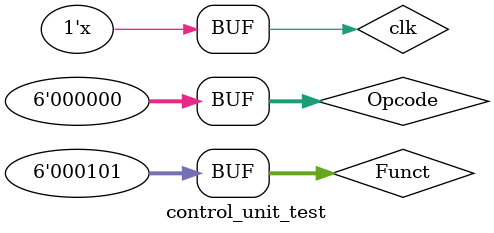
<source format=v>
`timescale 1ns / 1ps


module control_unit_test;

	// Inputs
	reg clk;
	reg [5:0] Opcode;
	reg [5:0] Funct;

	// Outputs
	wire IorD;
	wire MemWrite;
	wire IRWrite;
	wire PCWrite;
	wire Branch;
	wire [1:0] PCSrc;
	wire [3:0] ALUControl;
	wire [1:0] ALUSrcB;
	wire ALUSrcA;
	wire RegWrite;
	wire Mem2Reg;
	wire RegDst;

	// Instantiate the Unit Under Test (UUT)
	control_unit uut (
		.clk(clk), 
		.Opcode(Opcode), 
		.Funct(Funct), 
		.IorD(IorD), 
		.MemWrite(MemWrite), 
		.IRWrite(IRWrite), 
		.PCWrite(PCWrite), 
		.Branch(Branch), 
		.PCSrc(PCSrc), 
		.ALUControl(ALUControl), 
		.ALUSrcB(ALUSrcB), 
		.ALUSrcA(ALUSrcA), 
		.RegWrite(RegWrite), 
		.Mem2Reg(Mem2Reg), 
		.RegDst(RegDst)
	);

	initial begin
		// Initialize Inputs
		clk = 0;
		Opcode = 6'h23;			// lw
		Funct = 0;

		// Wait 100 ns for global reset to finish
		#1000;
        
		// Add stimulus here
		
		Opcode = 6'h2b;			// sw
		Funct = 0;
		
		#1000;
		
		Opcode = 6'h2;				// jump
		Funct = 0;
		
		#1000;
		
		Opcode = 6'h8;				// addi
		Funct = 0;
		
		#1000;
		
		Opcode = 6'h4;				// beq
		Funct = 0;
	
		#1000;
	
		Opcode = 0;					// R_type
		Funct = 0;					// add
		
		#1000;
	
		Opcode = 0;					// R_type
		Funct = 5;					// and


	end
	
	always begin
		#100;
		clk = ~clk;
	end;
      
endmodule


</source>
